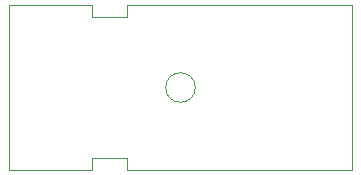
<source format=gbr>
%TF.GenerationSoftware,KiCad,Pcbnew,7.0.9*%
%TF.CreationDate,2024-02-15T17:16:55-06:00*%
%TF.ProjectId,ANDGATE,414e4447-4154-4452-9e6b-696361645f70,rev?*%
%TF.SameCoordinates,Original*%
%TF.FileFunction,Profile,NP*%
%FSLAX46Y46*%
G04 Gerber Fmt 4.6, Leading zero omitted, Abs format (unit mm)*
G04 Created by KiCad (PCBNEW 7.0.9) date 2024-02-15 17:16:55*
%MOMM*%
%LPD*%
G01*
G04 APERTURE LIST*
%TA.AperFunction,Profile*%
%ADD10C,0.100000*%
%TD*%
G04 APERTURE END LIST*
D10*
X147500000Y-81500000D02*
X150500000Y-81500000D01*
X150500000Y-80500000D01*
X169500000Y-80500000D01*
X169500000Y-94500000D01*
X150500000Y-94500000D01*
X150500000Y-93500000D01*
X147500000Y-93500000D01*
X147500000Y-94500000D01*
X140500000Y-94500000D01*
X140500000Y-80500000D01*
X147500000Y-80500000D01*
X147500000Y-81500000D01*
X165100001Y-81280000D02*
G75*
G03*
X165100001Y-81280000I-1J0D01*
G01*
X156250000Y-87500000D02*
G75*
G03*
X156250000Y-87500000I-1250000J0D01*
G01*
M02*

</source>
